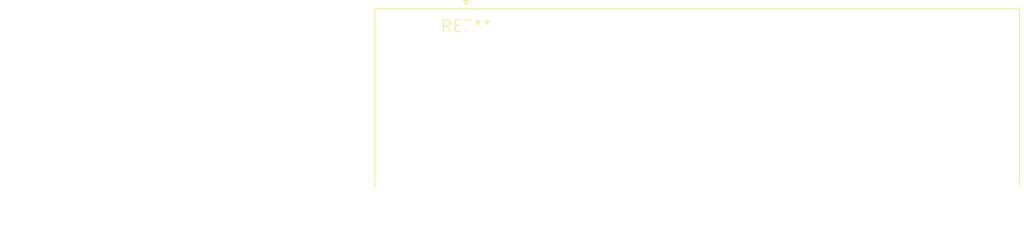
<source format=kicad_pcb>
(kicad_pcb (version 20240108) (generator pcbnew)
  (layers (0 "F.Cu" signal) (31 "B.Cu" signal) (34 "B.Paste" user) (35 "F.Paste" user) (36 "B.SilkS" user "B.Silkscreen") (37 "F.SilkS" user "F.Silkscreen") (38 "B.Mask" user) (39 "F.Mask" user) (44 "Edge.Cuts" user))
  (net 0 "")
  (footprint "DSUB-37_Male_Horizontal_P2.77x2.84mm_EdgePinOffset14.56mm_Housed_MountingHolesOffset15.98mm" (layer "F.Cu") (at 0 0)
    (property "Reference" "REF**")
    (property "Value" "DSUB-37_Male_Horizontal_P2.77x2.84mm_EdgePinOffset14.56mm_Housed_MountingHolesOffset15.98mm")
    (fp_line (start -9.83 -1.86) (end 59.69 -1.86) (layer "F.SilkS") (stroke (width 0.12)))
    (fp_line (start -9.83 17.34) (end -9.83 -1.86) (layer "F.SilkS") (stroke (width 0.12)))
    (fp_line (start -0.25 -2.754338) (end 0.25 -2.754338) (layer "F.SilkS") (stroke (width 0.12)))
    (fp_line (start 0 -2.321325) (end -0.25 -2.754338) (layer "F.SilkS") (stroke (width 0.12)))
    (fp_line (start 0.25 -2.754338) (end 0 -2.321325) (layer "F.SilkS") (stroke (width 0.12)))
    (fp_line (start 59.69 -1.86) (end 59.69 17.34) (layer "F.SilkS") (stroke (width 0.12)))
    (pad "0" thru_hole circle (at -6.82 1.42) (size 4 4) (drill 3.2) (layers *.Cu *.Mask) (remove_unused_layers))
    (pad "0" thru_hole circle (at 56.68 1.42) (size 4 4) (drill 3.2) (layers *.Cu *.Mask) (remove_unused_layers))
    (pad "1" thru_hole rect (at 0 0) (size 1.6 1.6) (drill 1) (layers *.Cu *.Mask) (remove_unused_layers))
    (pad "2" thru_hole circle (at 2.77 0) (size 1.6 1.6) (drill 1) (layers *.Cu *.Mask) (remove_unused_layers))
    (pad "3" thru_hole circle (at 5.54 0) (size 1.6 1.6) (drill 1) (layers *.Cu *.Mask) (remove_unused_layers))
    (pad "4" thru_hole circle (at 8.31 0) (size 1.6 1.6) (drill 1) (layers *.Cu *.Mask) (remove_unused_layers))
    (pad "5" thru_hole circle (at 11.08 0) (size 1.6 1.6) (drill 1) (layers *.Cu *.Mask) (remove_unused_layers))
    (pad "6" thru_hole circle (at 13.85 0) (size 1.6 1.6) (drill 1) (layers *.Cu *.Mask) (remove_unused_layers))
    (pad "7" thru_hole circle (at 16.62 0) (size 1.6 1.6) (drill 1) (layers *.Cu *.Mask) (remove_unused_layers))
    (pad "8" thru_hole circle (at 19.39 0) (size 1.6 1.6) (drill 1) (layers *.Cu *.Mask) (remove_unused_layers))
    (pad "9" thru_hole circle (at 22.16 0) (size 1.6 1.6) (drill 1) (layers *.Cu *.Mask) (remove_unused_layers))
    (pad "10" thru_hole circle (at 24.93 0) (size 1.6 1.6) (drill 1) (layers *.Cu *.Mask) (remove_unused_layers))
    (pad "11" thru_hole circle (at 27.7 0) (size 1.6 1.6) (drill 1) (layers *.Cu *.Mask) (remove_unused_layers))
    (pad "12" thru_hole circle (at 30.47 0) (size 1.6 1.6) (drill 1) (layers *.Cu *.Mask) (remove_unused_layers))
    (pad "13" thru_hole circle (at 33.24 0) (size 1.6 1.6) (drill 1) (layers *.Cu *.Mask) (remove_unused_layers))
    (pad "14" thru_hole circle (at 36.01 0) (size 1.6 1.6) (drill 1) (layers *.Cu *.Mask) (remove_unused_layers))
    (pad "15" thru_hole circle (at 38.78 0) (size 1.6 1.6) (drill 1) (layers *.Cu *.Mask) (remove_unused_layers))
    (pad "16" thru_hole circle (at 41.55 0) (size 1.6 1.6) (drill 1) (layers *.Cu *.Mask) (remove_unused_layers))
    (pad "17" thru_hole circle (at 44.32 0) (size 1.6 1.6) (drill 1) (layers *.Cu *.Mask) (remove_unused_layers))
    (pad "18" thru_hole circle (at 47.09 0) (size 1.6 1.6) (drill 1) (layers *.Cu *.Mask) (remove_unused_layers))
    (pad "19" thru_hole circle (at 49.86 0) (size 1.6 1.6) (drill 1) (layers *.Cu *.Mask) (remove_unused_layers))
    (pad "20" thru_hole circle (at 1.385 2.84) (size 1.6 1.6) (drill 1) (layers *.Cu *.Mask) (remove_unused_layers))
    (pad "21" thru_hole circle (at 4.155 2.84) (size 1.6 1.6) (drill 1) (layers *.Cu *.Mask) (remove_unused_layers))
    (pad "22" thru_hole circle (at 6.925 2.84) (size 1.6 1.6) (drill 1) (layers *.Cu *.Mask) (remove_unused_layers))
    (pad "23" thru_hole circle (at 9.695 2.84) (size 1.6 1.6) (drill 1) (layers *.Cu *.Mask) (remove_unused_layers))
    (pad "24" thru_hole circle (at 12.465 2.84) (size 1.6 1.6) (drill 1) (layers *.Cu *.Mask) (remove_unused_layers))
    (pad "25" thru_hole circle (at 15.235 2.84) (size 1.6 1.6) (drill 1) (layers *.Cu *.Mask) (remove_unused_layers))
    (pad "26" thru_hole circle (at 18.005 2.84) (size 1.6 1.6) (drill 1) (layers *.Cu *.Mask) (remove_unused_layers))
    (pad "27" thru_hole circle (at 20.775 2.84) (size 1.6 1.6) (drill 1) (layers *.Cu *.Mask) (remove_unused_layers))
    (pad "28" thru_hole circle (at 23.545 2.84) (size 1.6 1.6) (drill 1) (layers *.Cu *.Mask) (remove_unused_layers))
    (pad "29" thru_hole circle (at 26.315 2.84) (size 1.6 1.6) (drill 1) (layers *.Cu *.Mask) (remove_unused_layers))
    (pad "30" thru_hole circle (at 29.085 2.84) (size 1.6 1.6) (drill 1) (layers *.Cu *.Mask) (remove_unused_layers))
    (pad "31" thru_hole circle (at 31.855 2.84) (size 1.6 1.6) (drill 1) (layers *.Cu *.Mask) (remove_unused_layers))
    (pad "32" thru_hole circle (at 34.625 2.84) (size 1.6 1.6) (drill 1) (layers *.Cu *.Mask) (remove_unused_layers))
    (pad "33" thru_hole circle (at 37.395 2.84) (size 1.6 1.6) (drill 1) (layers *.Cu *.Mask) (remove_unused_layers))
    (pad "34" thru_hole circle (at 40.165 2.84) (size 1.6 1.6) (drill 1) (layers *.Cu *.Mask) (remove_unused_layers))
    (pad "35" thru_hole circle (at 42.935 2.84) (size 1.6 1.6) (drill 1) (layers *.Cu *.Mask) (remove_unused_layers))
    (pad "36" thru_hole circle (at 45.705 2.84) (size 1.6 1.6) (drill 1) (layers *.Cu *.Mask) (remove_unused_layers))
    (pad "37" thru_hole circle (at 48.475 2.84) (size 1.6 1.6) (drill 1) (layers *.Cu *.Mask) (remove_unused_layers))
  )
)
</source>
